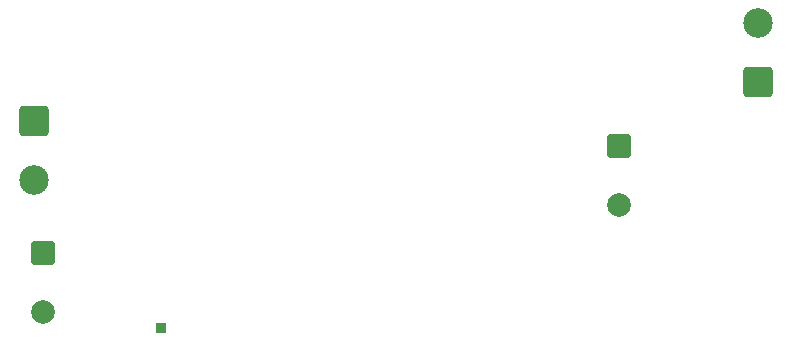
<source format=gbr>
%TF.GenerationSoftware,KiCad,Pcbnew,9.0.6*%
%TF.CreationDate,2026-02-11T18:38:51+01:00*%
%TF.ProjectId,Boost converter,426f6f73-7420-4636-9f6e-766572746572,B*%
%TF.SameCoordinates,Original*%
%TF.FileFunction,Soldermask,Bot*%
%TF.FilePolarity,Negative*%
%FSLAX46Y46*%
G04 Gerber Fmt 4.6, Leading zero omitted, Abs format (unit mm)*
G04 Created by KiCad (PCBNEW 9.0.6) date 2026-02-11 18:38:51*
%MOMM*%
%LPD*%
G01*
G04 APERTURE LIST*
G04 Aperture macros list*
%AMRoundRect*
0 Rectangle with rounded corners*
0 $1 Rounding radius*
0 $2 $3 $4 $5 $6 $7 $8 $9 X,Y pos of 4 corners*
0 Add a 4 corners polygon primitive as box body*
4,1,4,$2,$3,$4,$5,$6,$7,$8,$9,$2,$3,0*
0 Add four circle primitives for the rounded corners*
1,1,$1+$1,$2,$3*
1,1,$1+$1,$4,$5*
1,1,$1+$1,$6,$7*
1,1,$1+$1,$8,$9*
0 Add four rect primitives between the rounded corners*
20,1,$1+$1,$2,$3,$4,$5,0*
20,1,$1+$1,$4,$5,$6,$7,0*
20,1,$1+$1,$6,$7,$8,$9,0*
20,1,$1+$1,$8,$9,$2,$3,0*%
G04 Aperture macros list end*
%ADD10R,0.850000X0.850000*%
%ADD11RoundRect,0.250000X1.000000X-1.000000X1.000000X1.000000X-1.000000X1.000000X-1.000000X-1.000000X0*%
%ADD12C,2.500000*%
%ADD13RoundRect,0.250000X-0.750000X0.750000X-0.750000X-0.750000X0.750000X-0.750000X0.750000X0.750000X0*%
%ADD14C,2.000000*%
%ADD15RoundRect,0.250000X-1.000000X1.000000X-1.000000X-1.000000X1.000000X-1.000000X1.000000X1.000000X0*%
G04 APERTURE END LIST*
D10*
%TO.C,J3*%
X157000000Y-155000000D03*
%TD*%
D11*
%TO.C,J2*%
X207567500Y-134200000D03*
D12*
X207567500Y-129200000D03*
%TD*%
D13*
%TO.C,C10*%
X195800000Y-139600000D03*
D14*
X195800000Y-144600000D03*
%TD*%
D13*
%TO.C,C12*%
X147000000Y-148632323D03*
D14*
X147000000Y-153632323D03*
%TD*%
D15*
%TO.C,J1*%
X146232500Y-137500000D03*
D12*
X146232500Y-142500000D03*
%TD*%
M02*

</source>
